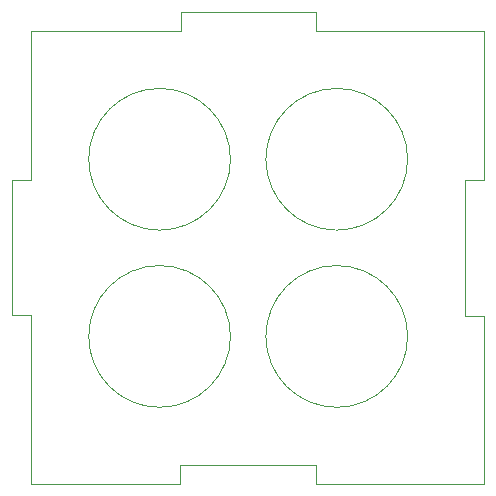
<source format=gbr>
%TF.GenerationSoftware,KiCad,Pcbnew,(5.1.10)-1*%
%TF.CreationDate,2022-01-02T17:40:11+01:00*%
%TF.ProjectId,3DESPWroverS,33444553-5057-4726-9f76-6572532e6b69,rev?*%
%TF.SameCoordinates,Original*%
%TF.FileFunction,Profile,NP*%
%FSLAX46Y46*%
G04 Gerber Fmt 4.6, Leading zero omitted, Abs format (unit mm)*
G04 Created by KiCad (PCBNEW (5.1.10)-1) date 2022-01-02 17:40:11*
%MOMM*%
%LPD*%
G01*
G04 APERTURE LIST*
%TA.AperFunction,Profile*%
%ADD10C,0.020000*%
%TD*%
G04 APERTURE END LIST*
D10*
X102100000Y-47889000D02*
X102100000Y-43889000D01*
X102100000Y-71889000D02*
X102100000Y-67889000D01*
X118500000Y-76288999D02*
X116500000Y-76288999D01*
X124500000Y-76288999D02*
X122500000Y-76289000D01*
X119000000Y-50389001D02*
G75*
G03*
X119000000Y-50389001I-6000000J0D01*
G01*
X119000000Y-65389000D02*
G75*
G03*
X119000000Y-65389000I-6000000J0D01*
G01*
X133999999Y-50389001D02*
G75*
G03*
X133999999Y-50389001I-6000000J0D01*
G01*
X133999999Y-65389000D02*
G75*
G03*
X133999999Y-65389000I-6000000J0D01*
G01*
X126264285Y-76289000D02*
X124500000Y-76288999D01*
X126264285Y-77889000D02*
X126264285Y-76289000D01*
X140500000Y-77889000D02*
X126264285Y-77889000D01*
X140500000Y-63653285D02*
X140500000Y-77889000D01*
X138900000Y-63653285D02*
X140500000Y-63653285D01*
X138900000Y-52124715D02*
X138900000Y-63653285D01*
X140500000Y-52124715D02*
X138900000Y-52124715D01*
X140500000Y-39489001D02*
X140500000Y-52124715D01*
X126214285Y-39489000D02*
X140500000Y-39489001D01*
X126214285Y-37889000D02*
X126214285Y-39489000D01*
X114785715Y-37889000D02*
X126214285Y-37889000D01*
X114785715Y-39489000D02*
X114785715Y-37889000D01*
X102100000Y-39489000D02*
X114785715Y-39489000D01*
X102100000Y-43889000D02*
X102100000Y-39489000D01*
X102100000Y-52174715D02*
X102100000Y-47889000D01*
X100500000Y-52174715D02*
X102100000Y-52174715D01*
X100500000Y-63603285D02*
X100500000Y-52174715D01*
X102100000Y-63603285D02*
X100500000Y-63603285D01*
X102100000Y-67889000D02*
X102100000Y-63603285D01*
X102100000Y-77889000D02*
X102100000Y-71889000D01*
X114735715Y-77889000D02*
X102100000Y-77889000D01*
X114735715Y-76288999D02*
X114735715Y-77889000D01*
X116500000Y-76288999D02*
X114735715Y-76288999D01*
X122500000Y-76289000D02*
X118500000Y-76288999D01*
M02*

</source>
